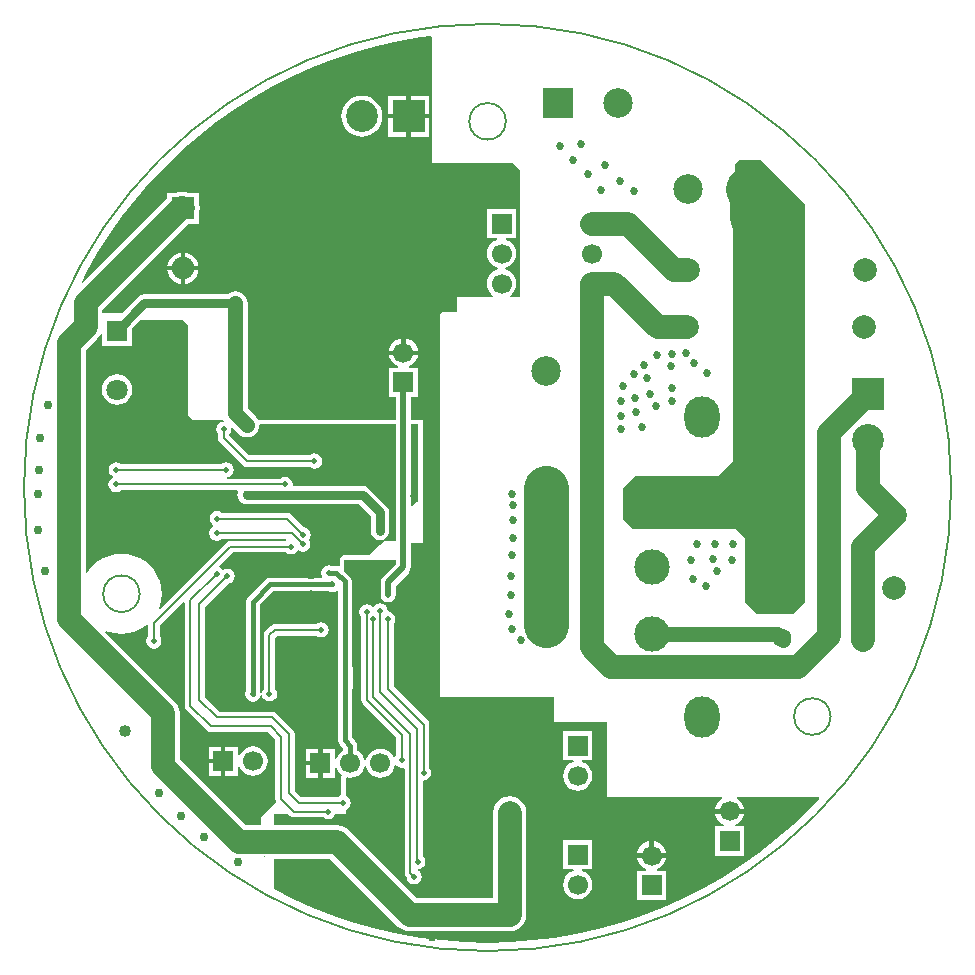
<source format=gbl>
%FSLAX25Y25*%
%MOIN*%
G70*
G01*
G75*
G04 Layer_Physical_Order=2*
G04 Layer_Color=16711680*
%ADD10C,0.10000*%
%ADD11C,0.10000*%
%ADD12R,0.08661X0.09449*%
%ADD13R,0.09843X0.13386*%
%ADD14O,0.08661X0.02756*%
%ADD15R,0.06890X0.08661*%
%ADD16R,0.04724X0.01969*%
%ADD17R,0.04000X0.05500*%
%ADD18R,0.05906X0.11811*%
%ADD19R,0.03150X0.21654*%
%ADD20R,0.06000X0.05000*%
G04:AMPARAMS|DCode=21|XSize=60mil|YSize=50mil|CornerRadius=0mil|HoleSize=0mil|Usage=FLASHONLY|Rotation=0.000|XOffset=0mil|YOffset=0mil|HoleType=Round|Shape=Octagon|*
%AMOCTAGOND21*
4,1,8,0.03000,-0.01250,0.03000,0.01250,0.01750,0.02500,-0.01750,0.02500,-0.03000,0.01250,-0.03000,-0.01250,-0.01750,-0.02500,0.01750,-0.02500,0.03000,-0.01250,0.0*
%
%ADD21OCTAGOND21*%

%ADD22R,0.03150X0.03543*%
%ADD23R,0.03543X0.03150*%
%ADD24R,0.05000X0.05000*%
%ADD25R,0.05512X0.02362*%
%ADD26R,0.39370X0.41142*%
%ADD27R,0.12598X0.04134*%
%ADD28R,0.05500X0.04000*%
%ADD29O,0.07087X0.01100*%
%ADD30O,0.01100X0.07087*%
%ADD31R,0.08268X0.09843*%
%ADD32R,0.03150X0.05118*%
G04:AMPARAMS|DCode=33|XSize=78.74mil|YSize=86.61mil|CornerRadius=7.87mil|HoleSize=0mil|Usage=FLASHONLY|Rotation=90.000|XOffset=0mil|YOffset=0mil|HoleType=Round|Shape=RoundedRectangle|*
%AMROUNDEDRECTD33*
21,1,0.07874,0.07087,0,0,90.0*
21,1,0.06299,0.08661,0,0,90.0*
1,1,0.01575,0.03543,0.03150*
1,1,0.01575,0.03543,-0.03150*
1,1,0.01575,-0.03543,-0.03150*
1,1,0.01575,-0.03543,0.03150*
%
%ADD33ROUNDEDRECTD33*%
%ADD34R,0.09843X0.08268*%
%ADD35R,0.05118X0.03150*%
%ADD36R,0.03937X0.02362*%
%ADD37R,0.02756X0.03347*%
%ADD38R,0.03347X0.02756*%
%ADD39C,0.00800*%
%ADD40C,0.03000*%
%ADD41C,0.01500*%
%ADD42C,0.08000*%
%ADD43C,0.15000*%
%ADD44C,0.05000*%
%ADD45C,0.02000*%
%ADD46C,0.04000*%
%ADD47C,0.01000*%
%ADD48R,0.09600X0.18400*%
%ADD49R,0.09900X0.21000*%
%ADD50C,0.00500*%
%ADD51C,0.00025*%
%ADD52C,0.07874*%
%ADD53O,0.11811X0.13780*%
%ADD54C,0.06693*%
%ADD55R,0.06693X0.06693*%
%ADD56R,0.07480X0.07480*%
%ADD57C,0.07480*%
%ADD58R,0.06299X0.06299*%
%ADD59C,0.06299*%
%ADD60C,0.09843*%
%ADD61R,0.06693X0.06693*%
%ADD62R,0.09843X0.09843*%
%ADD63C,0.10630*%
%ADD64R,0.10630X0.10630*%
%ADD65R,0.10630X0.10630*%
%ADD66R,0.07087X0.07087*%
%ADD67C,0.07087*%
%ADD68R,0.11811X0.11811*%
%ADD69C,0.11811*%
%ADD70C,0.04000*%
%ADD71C,0.03000*%
%ADD72C,0.02000*%
%ADD73C,0.02700*%
%ADD74C,0.05000*%
%ADD75R,0.03118X0.15755*%
G36*
X97498Y185630D02*
Y153900D01*
Y143800D01*
X97703Y143600D01*
X124530D01*
X125866Y142300D01*
X126791Y141400D01*
Y100200D01*
Y99400D01*
X126380Y99000D01*
X126277Y98900D01*
X123474D01*
X123314Y99374D01*
X124056Y99944D01*
X124833Y100956D01*
X125322Y102135D01*
X125488Y103400D01*
X125322Y104665D01*
X124833Y105844D01*
X124056Y106857D01*
X123044Y107633D01*
X121865Y108122D01*
X121650Y108150D01*
Y108650D01*
X121865Y108678D01*
X123044Y109167D01*
X124056Y109943D01*
X124833Y110956D01*
X125322Y112135D01*
X125488Y113400D01*
X125322Y114665D01*
X124833Y115844D01*
X124056Y116857D01*
X123044Y117633D01*
X122006Y118063D01*
X122104Y118553D01*
X125446D01*
Y128246D01*
X115753D01*
Y118553D01*
X119096D01*
X119193Y118063D01*
X118156Y117633D01*
X117143Y116857D01*
X116367Y115844D01*
X115878Y114665D01*
X115712Y113400D01*
X115878Y112135D01*
X116367Y110956D01*
X117143Y109943D01*
X118156Y109167D01*
X119335Y108678D01*
X119550Y108650D01*
Y108150D01*
X119335Y108122D01*
X118156Y107633D01*
X117143Y106857D01*
X116367Y105844D01*
X115878Y104665D01*
X115712Y103400D01*
X115878Y102135D01*
X116367Y100956D01*
X117143Y99944D01*
X117886Y99374D01*
X117726Y98900D01*
X106029D01*
D01*
X106029Y98900D01*
D01*
D01*
X105926Y99000D01*
X105829Y98906D01*
X105829Y98695D01*
X105829Y98695D01*
X105829D01*
Y98695D01*
D01*
Y94000D01*
X100890D01*
X100202Y93331D01*
Y-34500D01*
X137995D01*
Y-42300D01*
X138406Y-42700D01*
X155673D01*
Y-67900D01*
X193958D01*
X194119Y-68374D01*
X193143Y-69122D01*
X192367Y-70135D01*
X191878Y-71314D01*
X191811Y-71829D01*
X201390D01*
X201322Y-71314D01*
X200833Y-70135D01*
X200057Y-69122D01*
X199044Y-68345D01*
X199133Y-67900D01*
X226388D01*
X226585Y-68360D01*
X223245Y-71867D01*
X217851Y-77003D01*
X212211Y-81868D01*
X206340Y-86450D01*
X200250Y-90739D01*
X193958Y-94724D01*
X187477Y-98395D01*
X180824Y-101743D01*
X174015Y-104762D01*
X167067Y-107442D01*
X159994Y-109778D01*
X152816Y-111765D01*
X145549Y-113397D01*
X138211Y-114670D01*
X130819Y-115582D01*
X123391Y-116130D01*
X115945Y-116313D01*
X108499Y-116130D01*
X101071Y-115582D01*
X93679Y-114670D01*
X86341Y-113397D01*
X79074Y-111765D01*
X71895Y-109778D01*
X64823Y-107442D01*
X57874Y-104762D01*
X51065Y-101743D01*
X44667Y-98523D01*
Y-88301D01*
X63556D01*
X86177Y-110923D01*
X87326Y-111804D01*
X88664Y-112358D01*
X90100Y-112548D01*
X90100Y-112548D01*
X123300D01*
X124736Y-112358D01*
X126074Y-111804D01*
X127223Y-110923D01*
X128104Y-109774D01*
X128658Y-108436D01*
X128848Y-107000D01*
Y-73000D01*
X128658Y-71564D01*
X128104Y-70226D01*
X127223Y-69077D01*
X126074Y-68196D01*
X124736Y-67642D01*
X123300Y-67453D01*
X121864Y-67642D01*
X120526Y-68196D01*
X119377Y-69077D01*
X118496Y-70226D01*
X117942Y-71564D01*
X117753Y-73000D01*
Y-101453D01*
X92398D01*
X69777Y-78831D01*
X68628Y-77950D01*
X67290Y-77396D01*
X65854Y-77207D01*
X44667D01*
Y-73500D01*
X49560D01*
X50030Y-73970D01*
X50659Y-74390D01*
X51400Y-74537D01*
X61299D01*
X61924Y-74955D01*
X62900Y-75149D01*
X63876Y-74955D01*
X64702Y-74402D01*
X65255Y-73576D01*
X65270Y-73500D01*
X68616D01*
Y-72120D01*
X68803Y-72083D01*
X69630Y-71530D01*
X70183Y-70703D01*
X70376Y-69728D01*
X70183Y-68752D01*
X69630Y-67925D01*
X68803Y-67373D01*
X68616Y-67335D01*
Y-61559D01*
X68991Y-61229D01*
X70200Y-61388D01*
X71465Y-61222D01*
X72644Y-60733D01*
X73656Y-59957D01*
X74433Y-58944D01*
X74922Y-57765D01*
X74950Y-57550D01*
X75450D01*
X75478Y-57765D01*
X75967Y-58944D01*
X76744Y-59957D01*
X77756Y-60733D01*
X78935Y-61222D01*
X80200Y-61388D01*
X81465Y-61222D01*
X82644Y-60733D01*
X83657Y-59957D01*
X84433Y-58944D01*
X84922Y-57765D01*
X84991Y-57237D01*
X85478Y-57124D01*
X85598Y-57302D01*
X86424Y-57855D01*
X87400Y-58049D01*
X87876Y-57954D01*
X88263Y-58271D01*
Y-93000D01*
X88410Y-93741D01*
X88830Y-94370D01*
X88998Y-94538D01*
X89145Y-95275D01*
X89698Y-96102D01*
X90525Y-96655D01*
X91500Y-96849D01*
X92475Y-96655D01*
X93302Y-96102D01*
X93855Y-95275D01*
X94049Y-94300D01*
X93855Y-93325D01*
X93302Y-92498D01*
X92568Y-92007D01*
X92600Y-91849D01*
X93576Y-91655D01*
X94402Y-91102D01*
X94955Y-90276D01*
X95149Y-89300D01*
X94955Y-88324D01*
X94402Y-87498D01*
X94337Y-87454D01*
Y-62365D01*
X94600Y-62149D01*
X95575Y-61955D01*
X96402Y-61402D01*
X96955Y-60575D01*
X97149Y-59600D01*
X96955Y-58625D01*
X96537Y-57999D01*
Y-43600D01*
X96390Y-42859D01*
X95970Y-42230D01*
X86420Y-32680D01*
X84637Y-30898D01*
Y-10001D01*
X85055Y-9375D01*
X85249Y-8400D01*
X85055Y-7425D01*
X84502Y-6598D01*
X83675Y-6045D01*
X82873Y-5885D01*
X82749Y-5700D01*
X82749Y-5700D01*
X82749D01*
X82555Y-4724D01*
X82002Y-3898D01*
X81176Y-3345D01*
X80200Y-3151D01*
X79224Y-3345D01*
X78398Y-3898D01*
X78112Y-4324D01*
X77612D01*
X77557Y-4242D01*
X76731Y-3690D01*
X75755Y-3496D01*
X74780Y-3690D01*
X73953Y-4242D01*
X73400Y-5069D01*
X73206Y-6045D01*
X73400Y-7020D01*
X73818Y-7645D01*
Y-24500D01*
X70694D01*
Y4100D01*
X70519Y4978D01*
X70022Y5722D01*
X68204Y7540D01*
Y11100D01*
X68121Y11181D01*
Y11219D01*
X85234D01*
D01*
X85234D01*
X85351Y11102D01*
Y9856D01*
X81098Y5602D01*
X80545Y4775D01*
X80351Y3800D01*
Y-300D01*
X80545Y-1276D01*
X81098Y-2102D01*
X81924Y-2655D01*
X82900Y-2849D01*
X83876Y-2655D01*
X84702Y-2102D01*
X85255Y-1276D01*
X85449Y-300D01*
Y2744D01*
X89702Y6998D01*
X90255Y7825D01*
X90449Y8800D01*
Y16800D01*
X94311D01*
Y58000D01*
X90449D01*
Y65632D01*
X92747D01*
Y75325D01*
X89784D01*
X89687Y75816D01*
X90344Y76088D01*
X91356Y76865D01*
X92133Y77877D01*
X92622Y79056D01*
X92690Y79571D01*
X83110D01*
X83178Y79056D01*
X83667Y77877D01*
X84443Y76865D01*
X85456Y76088D01*
X86113Y75816D01*
X86016Y75325D01*
X83053D01*
Y65632D01*
X85351D01*
Y58000D01*
X39384D01*
X39294Y58217D01*
X38653Y59053D01*
X35934Y61771D01*
Y96800D01*
X35797Y97844D01*
X35394Y98817D01*
X34753Y99653D01*
X33917Y100294D01*
X32944Y100697D01*
X31900Y100835D01*
X30856Y100697D01*
X29883Y100294D01*
X29273Y99826D01*
X1558D01*
X774Y99723D01*
X45Y99420D01*
X-582Y98940D01*
X-5822Y93700D01*
X-12453D01*
Y94502D01*
X16305Y123260D01*
X19640D01*
Y126779D01*
X19758Y127064D01*
X19948Y128500D01*
X19758Y129936D01*
X19640Y130221D01*
Y133740D01*
X16121D01*
X15836Y133858D01*
X14400Y134047D01*
X13700D01*
X12264Y133858D01*
X11979Y133740D01*
X9160D01*
Y131805D01*
X-19003Y103642D01*
X-19408Y103935D01*
X-17883Y106965D01*
X-14212Y113446D01*
X-10227Y119738D01*
X-5938Y125828D01*
X-1356Y131700D01*
X3509Y137339D01*
X8644Y142734D01*
X14039Y147869D01*
X19678Y152734D01*
X25550Y157316D01*
X31640Y161605D01*
X37932Y165590D01*
X44412Y169261D01*
X51065Y172610D01*
X57874Y175628D01*
X64823Y178308D01*
X71895Y180645D01*
X79074Y182631D01*
X86341Y184263D01*
X93679Y185536D01*
X97123Y185961D01*
X97498Y185630D01*
D02*
G37*
G36*
X73818Y-35355D02*
X73965Y-36096D01*
X74385Y-36725D01*
X85463Y-47802D01*
Y-53899D01*
X85082Y-54469D01*
X84584Y-54420D01*
X84433Y-54056D01*
X83657Y-53044D01*
X82644Y-52267D01*
X81465Y-51778D01*
X80200Y-51612D01*
X78935Y-51778D01*
X77756Y-52267D01*
X76744Y-53044D01*
X75967Y-54056D01*
X75478Y-55235D01*
X75450Y-55450D01*
X74950D01*
X74922Y-55235D01*
X74433Y-54056D01*
X73656Y-53044D01*
X72644Y-52267D01*
X72494Y-52205D01*
Y-50600D01*
X72320Y-49722D01*
X71822Y-48978D01*
X70694Y-47850D01*
Y-31700D01*
X73818D01*
Y-35355D01*
D02*
G37*
G36*
X16400Y89300D02*
X16200Y89100D01*
Y78800D01*
Y59500D01*
X16400Y59300D01*
X17900Y57800D01*
X27894D01*
X27943Y57302D01*
X26981Y57111D01*
X26153Y56558D01*
X25601Y55731D01*
X25407Y54756D01*
X25601Y53781D01*
X26019Y53155D01*
Y51900D01*
X26019Y51900D01*
X26019D01*
X26166Y51159D01*
X26586Y50530D01*
X34286Y42830D01*
X34286D01*
X34286Y42830D01*
X34286Y42830D01*
Y42830D01*
X34915Y42410D01*
X35656Y42263D01*
X56652D01*
X57277Y41845D01*
X58253Y41651D01*
X59228Y41845D01*
X60055Y42398D01*
X60608Y43224D01*
X60802Y44200D01*
X60608Y45175D01*
X60055Y46002D01*
X59228Y46555D01*
X58253Y46749D01*
X57277Y46555D01*
X56652Y46137D01*
X36458D01*
X29893Y52702D01*
Y53155D01*
X30311Y53781D01*
X30505Y54756D01*
X30416Y55201D01*
X30857Y55437D01*
X32947Y53347D01*
X33783Y52706D01*
X34756Y52303D01*
X35800Y52166D01*
X36844Y52303D01*
X37817Y52706D01*
X38653Y53347D01*
X39294Y54183D01*
X39697Y55156D01*
X39834Y56200D01*
X40072Y56471D01*
X85351D01*
Y17600D01*
X81400D01*
X80204Y16404D01*
X76548Y12748D01*
X68121D01*
X67536Y12632D01*
X67040Y12300D01*
X66708Y11804D01*
X66592Y11219D01*
Y11181D01*
X66594Y11171D01*
X66592Y11160D01*
X66652Y10879D01*
X66675Y10762D01*
Y9454D01*
X66289Y9137D01*
X65500Y9294D01*
X64166D01*
X64075Y9355D01*
X63100Y9549D01*
X62125Y9355D01*
X61298Y8802D01*
X60745Y7975D01*
X60551Y7000D01*
X60745Y6024D01*
X60872Y5835D01*
X60636Y5394D01*
X43500D01*
X42622Y5219D01*
X41878Y4722D01*
X36122Y-1034D01*
X35625Y-1778D01*
X35450Y-2656D01*
Y-32389D01*
X35389Y-32480D01*
X35195Y-33456D01*
X35389Y-34431D01*
X35942Y-35258D01*
X36769Y-35811D01*
X37744Y-36005D01*
X38719Y-35811D01*
X39546Y-35258D01*
X40099Y-34431D01*
X40260Y-33623D01*
X40740D01*
Y-33623D01*
X40760D01*
X40901Y-34331D01*
X41453Y-35158D01*
X42281Y-35711D01*
X43256Y-35905D01*
X44231Y-35711D01*
X45058Y-35158D01*
X45611Y-34331D01*
X45805Y-33356D01*
X45611Y-32381D01*
X45193Y-31755D01*
Y-14647D01*
X45902Y-13937D01*
X58799D01*
X59425Y-14355D01*
X60400Y-14549D01*
X61375Y-14355D01*
X62202Y-13802D01*
X62755Y-12976D01*
X62949Y-12000D01*
X62755Y-11025D01*
X62202Y-10198D01*
X61375Y-9645D01*
X60400Y-9451D01*
X59425Y-9645D01*
X58799Y-10063D01*
X45100D01*
X44359Y-10210D01*
X43730Y-10630D01*
X41886Y-12474D01*
X41466Y-13103D01*
X41319Y-13844D01*
Y-31755D01*
X40901Y-32381D01*
X40740Y-33189D01*
X40260D01*
Y-33189D01*
X40240D01*
X40099Y-32480D01*
X40038Y-32389D01*
Y-3606D01*
X44450Y806D01*
X63134D01*
X63225Y745D01*
X64200Y551D01*
X65175Y745D01*
X65665Y1072D01*
X66106Y836D01*
Y-48800D01*
X66281Y-49678D01*
X66778Y-50422D01*
X66778Y-50422D01*
X66778Y-50422D01*
X67906Y-51550D01*
Y-52205D01*
X67756Y-52267D01*
X66743Y-53044D01*
X65967Y-54056D01*
X65537Y-55093D01*
X65046Y-54996D01*
Y-51654D01*
X60950D01*
Y-56501D01*
Y-61347D01*
X65046D01*
Y-58004D01*
X65537Y-57907D01*
X65967Y-58944D01*
X66743Y-59957D01*
X67496Y-60534D01*
X67396Y-60685D01*
X67244Y-60882D01*
X67231Y-60931D01*
X67203Y-60974D01*
X67154Y-61218D01*
X67089Y-61459D01*
X67096Y-61509D01*
X67086Y-61559D01*
Y-66814D01*
X66037Y-67863D01*
X53902D01*
X51737Y-65698D01*
Y-46900D01*
X51590Y-46159D01*
X51170Y-45530D01*
X45470Y-39830D01*
X44841Y-39410D01*
X44100Y-39263D01*
X26602D01*
X21837Y-34498D01*
Y-4302D01*
X29438Y3298D01*
X30176Y3445D01*
X31002Y3998D01*
X31555Y4825D01*
X31749Y5800D01*
X31555Y6775D01*
X31002Y7602D01*
X30176Y8155D01*
X29200Y8349D01*
X28225Y8155D01*
X27771Y7852D01*
X27402Y8402D01*
X26575Y8955D01*
X26487Y9247D01*
X31002Y13763D01*
X48810D01*
X49403Y13366D01*
X50379Y13172D01*
X51354Y13366D01*
X52181Y13919D01*
X52685Y14673D01*
X53325Y14245D01*
X54300Y14051D01*
X55275Y14245D01*
X56102Y14798D01*
X56655Y15624D01*
X56849Y16600D01*
X56655Y17575D01*
X56321Y18075D01*
X56755Y18724D01*
X56949Y19700D01*
X56755Y20675D01*
X56202Y21502D01*
X55375Y22055D01*
X54638Y22202D01*
X50391Y26449D01*
X49763Y26869D01*
X49021Y27016D01*
X27422D01*
X26797Y27434D01*
X25821Y27628D01*
X24846Y27434D01*
X24019Y26881D01*
X23466Y26054D01*
X23272Y25079D01*
X23466Y24103D01*
X24019Y23276D01*
X24541Y22928D01*
Y22428D01*
X23840Y21960D01*
X23288Y21133D01*
X23094Y20157D01*
X23288Y19182D01*
X23840Y18355D01*
X24667Y17803D01*
X25642Y17608D01*
X26618Y17803D01*
X27243Y18220D01*
X48758D01*
X48813Y18039D01*
X48515Y17637D01*
X30200D01*
X29459Y17490D01*
X28830Y17070D01*
X6792Y-4968D01*
X6376Y-4691D01*
X6608Y-4130D01*
X7098Y-2091D01*
X7263Y0D01*
X7098Y2091D01*
X6608Y4130D01*
X5806Y6067D01*
X4710Y7856D01*
X3348Y9450D01*
X1753Y10812D01*
X-35Y11908D01*
X-1972Y12711D01*
X-4012Y13200D01*
X-6102Y13365D01*
X-8193Y13200D01*
X-10232Y12711D01*
X-12170Y11908D01*
X-13958Y10812D01*
X-15553Y9450D01*
X-16915Y7856D01*
X-17571Y6784D01*
X-18053Y6920D01*
Y22723D01*
X-17874Y24079D01*
X-17874Y24079D01*
Y81281D01*
X-14077Y85077D01*
X-13196Y86226D01*
X-13034Y86617D01*
X-12543Y86520D01*
Y82699D01*
X-2457D01*
Y88507D01*
X237Y91200D01*
X14500D01*
X16400Y89300D01*
D02*
G37*
G36*
X221600Y129900D02*
Y-2800D01*
X217600Y-6800D01*
X205700D01*
X201600Y-2700D01*
Y18700D01*
X198700Y21600D01*
X164300D01*
X161200Y24700D01*
Y35200D01*
X165100Y39100D01*
X192700D01*
X197700Y44100D01*
Y121400D01*
X196600Y124800D01*
Y138300D01*
X198300Y140000D01*
Y143300D01*
X199600Y144600D01*
X206900D01*
X221600Y129900D01*
D02*
G37*
G36*
X92782Y30982D02*
X92400Y30600D01*
X90911Y29111D01*
X90449Y29302D01*
Y56471D01*
X92782D01*
Y30982D01*
D02*
G37*
G36*
X14963Y-2930D02*
Y-37300D01*
X14963Y-37300D01*
X14963D01*
X15110Y-38041D01*
X15530Y-38670D01*
X22430Y-45570D01*
X23059Y-45990D01*
X23800Y-46137D01*
X42898D01*
X45163Y-48402D01*
Y-68300D01*
X45163Y-68300D01*
X45163D01*
X45310Y-69041D01*
X45490Y-69310D01*
X41500Y-73300D01*
X40400Y-74400D01*
Y-77207D01*
X35552D01*
X13348Y-55002D01*
Y-39900D01*
X13348Y-39900D01*
X13158Y-38464D01*
X12834Y-37681D01*
X12604Y-37126D01*
X11723Y-35977D01*
X11723Y-35977D01*
X-11565Y-12689D01*
X-11287Y-12274D01*
X-10232Y-12711D01*
X-8193Y-13200D01*
X-6102Y-13365D01*
X-4012Y-13200D01*
X-1972Y-12711D01*
X-35Y-11908D01*
X1753Y-10812D01*
X2272Y-10370D01*
X2726Y-10579D01*
Y-14136D01*
X2308Y-14762D01*
X2114Y-15737D01*
X2308Y-16713D01*
X2861Y-17539D01*
X3687Y-18092D01*
X4663Y-18286D01*
X5638Y-18092D01*
X6465Y-17539D01*
X7018Y-16713D01*
X7212Y-15737D01*
X7018Y-14762D01*
X6600Y-14136D01*
Y-10639D01*
X14501Y-2739D01*
X14963Y-2930D01*
D02*
G37*
%LPC*%
G36*
X37800Y-50912D02*
X36535Y-51078D01*
X35356Y-51567D01*
X34343Y-52343D01*
X33567Y-53356D01*
X33137Y-54394D01*
X32646Y-54296D01*
Y-50954D01*
X28550D01*
Y-55801D01*
Y-60646D01*
X32646D01*
Y-57304D01*
X33137Y-57206D01*
X33567Y-58244D01*
X34343Y-59257D01*
X35356Y-60033D01*
X36535Y-60522D01*
X37800Y-60688D01*
X39065Y-60522D01*
X40244Y-60033D01*
X41256Y-59257D01*
X42033Y-58244D01*
X42522Y-57065D01*
X42688Y-55800D01*
X42522Y-54535D01*
X42033Y-53356D01*
X41256Y-52343D01*
X40244Y-51567D01*
X39065Y-51078D01*
X37800Y-50912D01*
D02*
G37*
G36*
X27050Y-50954D02*
X22954D01*
Y-55050D01*
X27050D01*
Y-50954D01*
D02*
G37*
G36*
X59450Y-51654D02*
X55353D01*
Y-55750D01*
X59450D01*
Y-51654D01*
D02*
G37*
G36*
X201390Y-73329D02*
X191811D01*
X191878Y-73844D01*
X192367Y-75023D01*
X193143Y-76035D01*
X194156Y-76812D01*
X194813Y-77084D01*
X194716Y-77575D01*
X191753D01*
Y-87268D01*
X201447D01*
Y-77575D01*
X198484D01*
X198387Y-77084D01*
X199044Y-76812D01*
X200057Y-76035D01*
X200833Y-75023D01*
X201322Y-73844D01*
X201390Y-73329D01*
D02*
G37*
G36*
X169850Y-82489D02*
X169335Y-82557D01*
X168156Y-83045D01*
X167143Y-83822D01*
X166367Y-84835D01*
X165878Y-86014D01*
X165811Y-86529D01*
X169850D01*
Y-82489D01*
D02*
G37*
G36*
X175390Y-88029D02*
X165811D01*
X165878Y-88544D01*
X166367Y-89723D01*
X167143Y-90735D01*
X168156Y-91512D01*
X168813Y-91784D01*
X168716Y-92275D01*
X165753D01*
Y-101968D01*
X175446D01*
Y-92275D01*
X172484D01*
X172387Y-91784D01*
X173044Y-91512D01*
X174056Y-90735D01*
X174833Y-89723D01*
X175322Y-88544D01*
X175390Y-88029D01*
D02*
G37*
G36*
X150847Y-82154D02*
X141154D01*
Y-91847D01*
X144496D01*
X144593Y-92337D01*
X143556Y-92767D01*
X142543Y-93543D01*
X141767Y-94556D01*
X141278Y-95735D01*
X141112Y-97000D01*
X141278Y-98265D01*
X141767Y-99444D01*
X142543Y-100457D01*
X143556Y-101233D01*
X144735Y-101722D01*
X146000Y-101888D01*
X147265Y-101722D01*
X148444Y-101233D01*
X149457Y-100457D01*
X150233Y-99444D01*
X150722Y-98265D01*
X150888Y-97000D01*
X150722Y-95735D01*
X150233Y-94556D01*
X149457Y-93543D01*
X148444Y-92767D01*
X147407Y-92337D01*
X147504Y-91847D01*
X150847D01*
Y-82154D01*
D02*
G37*
G36*
X59450Y-57250D02*
X55353D01*
Y-61347D01*
X59450D01*
Y-57250D01*
D02*
G37*
G36*
X27050Y-56550D02*
X22954D01*
Y-60646D01*
X27050D01*
Y-56550D01*
D02*
G37*
G36*
X171350Y-82489D02*
Y-86529D01*
X175390D01*
X175322Y-86014D01*
X174833Y-84835D01*
X174056Y-83822D01*
X173044Y-83045D01*
X171865Y-82557D01*
X171350Y-82489D01*
D02*
G37*
G36*
X150847Y-45854D02*
X141154D01*
Y-55546D01*
X144496D01*
X144593Y-56037D01*
X143556Y-56467D01*
X142543Y-57244D01*
X141767Y-58256D01*
X141278Y-59435D01*
X141112Y-60700D01*
X141278Y-61965D01*
X141767Y-63144D01*
X142543Y-64157D01*
X143556Y-64933D01*
X144735Y-65422D01*
X146000Y-65588D01*
X147265Y-65422D01*
X148444Y-64933D01*
X149457Y-64157D01*
X150233Y-63144D01*
X150722Y-61965D01*
X150888Y-60700D01*
X150722Y-59435D01*
X150233Y-58256D01*
X149457Y-57244D01*
X148444Y-56467D01*
X147407Y-56037D01*
X147504Y-55546D01*
X150847D01*
Y-45854D01*
D02*
G37*
G36*
X88845Y158450D02*
X82780D01*
Y152385D01*
X88845D01*
Y158450D01*
D02*
G37*
G36*
X73995Y166048D02*
X72659Y165916D01*
X71375Y165527D01*
X70191Y164894D01*
X69153Y164042D01*
X68301Y163005D01*
X67669Y161821D01*
X67279Y160536D01*
X67147Y159200D01*
X67279Y157864D01*
X67669Y156579D01*
X68301Y155395D01*
X69153Y154358D01*
X70191Y153506D01*
X71375Y152873D01*
X72659Y152484D01*
X73995Y152352D01*
X75331Y152484D01*
X76616Y152873D01*
X77800Y153506D01*
X78838Y154358D01*
X79689Y155395D01*
X80322Y156579D01*
X80712Y157864D01*
X80843Y159200D01*
X80712Y160536D01*
X80322Y161821D01*
X79689Y163005D01*
X78838Y164042D01*
X77800Y164894D01*
X76616Y165527D01*
X75331Y165916D01*
X73995Y166048D01*
D02*
G37*
G36*
X15150Y113687D02*
Y109250D01*
X19587D01*
X19505Y109868D01*
X18977Y111143D01*
X18137Y112237D01*
X17043Y113077D01*
X15768Y113605D01*
X15150Y113687D01*
D02*
G37*
G36*
X96410Y166015D02*
X90345D01*
Y159950D01*
X96410D01*
Y166015D01*
D02*
G37*
G36*
X88845D02*
X82780D01*
Y159950D01*
X88845D01*
Y166015D01*
D02*
G37*
G36*
X96410Y158450D02*
X90345D01*
Y152385D01*
X96410D01*
Y158450D01*
D02*
G37*
G36*
X13650Y113687D02*
X13032Y113605D01*
X11757Y113077D01*
X10663Y112237D01*
X9823Y111143D01*
X9295Y109868D01*
X9213Y109250D01*
X13650D01*
Y113687D01*
D02*
G37*
G36*
X87150Y85111D02*
X86635Y85043D01*
X85456Y84555D01*
X84443Y83778D01*
X83667Y82765D01*
X83178Y81586D01*
X83110Y81071D01*
X87150D01*
Y85111D01*
D02*
G37*
G36*
X-7500Y73144D02*
X-8817Y72971D01*
X-10043Y72463D01*
X-11097Y71654D01*
X-11905Y70601D01*
X-12414Y69374D01*
X-12587Y68058D01*
X-12414Y66741D01*
X-11905Y65514D01*
X-11097Y64461D01*
X-10043Y63652D01*
X-8817Y63144D01*
X-7500Y62971D01*
X-6183Y63144D01*
X-4957Y63652D01*
X-3903Y64461D01*
X-3095Y65514D01*
X-2586Y66741D01*
X-2413Y68058D01*
X-2586Y69374D01*
X-3095Y70601D01*
X-3903Y71654D01*
X-4957Y72463D01*
X-6183Y72971D01*
X-7500Y73144D01*
D02*
G37*
G36*
X28858Y43885D02*
X27883Y43691D01*
X27257Y43273D01*
X-6163D01*
X-6788Y43691D01*
X-7764Y43885D01*
X-8739Y43691D01*
X-9566Y43139D01*
X-10119Y42312D01*
X-10313Y41336D01*
X-10119Y40361D01*
X-9566Y39534D01*
X-9031Y39176D01*
Y38676D01*
X-9717Y38217D01*
X-10270Y37390D01*
X-10464Y36415D01*
X-10270Y35440D01*
X-9717Y34613D01*
X-8890Y34060D01*
X-7915Y33866D01*
X-6939Y34060D01*
X-6314Y34478D01*
X32556D01*
X32834Y34062D01*
X32677Y33683D01*
X32574Y32900D01*
X32677Y32117D01*
X32980Y31387D01*
X33460Y30760D01*
X34087Y30279D01*
X34817Y29977D01*
X35600Y29874D01*
X73147D01*
X77074Y25947D01*
Y22500D01*
Y20900D01*
X77177Y20117D01*
X77479Y19387D01*
X77960Y18760D01*
X78587Y18280D01*
X79317Y17977D01*
X80100Y17874D01*
X80883Y17977D01*
X81613Y18280D01*
X82240Y18760D01*
X82721Y19387D01*
X83023Y20117D01*
X83126Y20900D01*
Y22500D01*
Y27200D01*
X83126Y27200D01*
X83035Y27892D01*
X83023Y27983D01*
X82721Y28713D01*
X82240Y29340D01*
X76540Y35040D01*
X75913Y35520D01*
X75183Y35823D01*
X74400Y35926D01*
X51246D01*
X50929Y36312D01*
X50949Y36415D01*
X50755Y37390D01*
X50202Y38217D01*
X49376Y38770D01*
X48400Y38964D01*
X47425Y38770D01*
X46799Y38352D01*
X29221D01*
X29218Y38388D01*
D01*
X29215Y38421D01*
X29175Y38818D01*
X29175D01*
X29172Y38850D01*
X29833Y38981D01*
X30661Y39534D01*
X31213Y40361D01*
X31407Y41336D01*
X31213Y42312D01*
X30661Y43139D01*
X29833Y43691D01*
X28858Y43885D01*
D02*
G37*
G36*
X19587Y107750D02*
X15150D01*
Y103313D01*
X15768Y103395D01*
X17043Y103923D01*
X18137Y104763D01*
X18977Y105857D01*
X19505Y107132D01*
X19587Y107750D01*
D02*
G37*
G36*
X13650D02*
X9213D01*
X9295Y107132D01*
X9823Y105857D01*
X10663Y104763D01*
X11757Y103923D01*
X13032Y103395D01*
X13650Y103313D01*
Y107750D01*
D02*
G37*
G36*
X88650Y85111D02*
Y81071D01*
X92690D01*
X92622Y81586D01*
X92133Y82765D01*
X91356Y83778D01*
X90344Y84555D01*
X89165Y85043D01*
X88650Y85111D01*
D02*
G37*
%LPD*%
D39*
X43700Y-44200D02*
X47100Y-47600D01*
X23800Y-44200D02*
X43700D01*
X85050Y-34050D02*
X94600Y-43600D01*
X82700Y-31700D02*
X85050Y-34050D01*
X27956Y51900D02*
X35656Y44200D01*
X58253D01*
X27956Y51900D02*
Y54756D01*
X25642Y20157D02*
X50743D01*
X54300Y16600D01*
X25821Y25079D02*
X49021D01*
X54400Y19700D01*
X-7915Y36415D02*
X32000D01*
X32800D01*
X32000D02*
X40300D01*
X45585D01*
X48400D01*
X45585D02*
X48400D01*
X75755Y-35355D02*
Y-6045D01*
X87400Y-55500D02*
Y-47000D01*
X75755Y-35355D02*
X87400Y-47000D01*
X77900Y-34400D02*
X90200Y-46700D01*
Y-93000D02*
Y-46700D01*
Y-93000D02*
X91500Y-94300D01*
X77900Y-34400D02*
Y-8400D01*
X80200Y-32900D02*
X92400Y-45100D01*
Y-89100D02*
Y-45100D01*
Y-89100D02*
X92600Y-89300D01*
X80200Y-32900D02*
Y-5700D01*
X94600Y-59600D02*
Y-43600D01*
X82700Y-31700D02*
Y-8400D01*
X4663Y-15737D02*
Y-9837D01*
X16900Y-2100D02*
X25600Y6600D01*
X19900Y-3500D02*
X29200Y5800D01*
X4663Y-9837D02*
X30200Y15700D01*
X50400D01*
X43256Y-33356D02*
Y-13844D01*
X45100Y-12000D01*
X60400D01*
X19900Y-35300D02*
Y-3500D01*
Y-35300D02*
X25800Y-41200D01*
X16900Y-37300D02*
Y-2100D01*
Y-37300D02*
X23800Y-44200D01*
X56800Y-72600D02*
X58900D01*
X47100Y-68300D02*
X51400Y-72600D01*
X47100Y-68300D02*
Y-47600D01*
X51400Y-72600D02*
X56800D01*
X62900D01*
X25800Y-41200D02*
X44100D01*
X49800Y-66500D02*
X53100Y-69800D01*
X49800Y-66500D02*
Y-46900D01*
X44100Y-41200D02*
X49800Y-46900D01*
X53100Y-69800D02*
X57100D01*
X67900D01*
X57100D02*
X64413D01*
X-7764Y41336D02*
X28858D01*
D40*
X35600Y32900D02*
X74400D01*
X80100Y27200D01*
Y20900D02*
Y22500D01*
Y27200D01*
X-7500Y87743D02*
X1558Y96800D01*
X31900D01*
D41*
X68400Y-48800D02*
X70200Y-50600D01*
X68400Y-48800D02*
Y4100D01*
X70200Y-56500D02*
Y-50600D01*
X65500Y7000D02*
X68400Y4100D01*
X63100Y7000D02*
X65500D01*
X37744Y-33456D02*
Y-2656D01*
X43500Y3100D01*
X64200D01*
D42*
X150600Y123400D02*
X162700D01*
X167100Y119000D01*
X162700Y123400D02*
X178200Y107900D01*
X182672D01*
X150600Y103400D02*
X158100D01*
X172600Y88900D01*
X182472D01*
X242800Y35285D02*
Y51095D01*
Y35285D02*
X251785Y26300D01*
X241186Y15701D02*
X251785Y26300D01*
X241186Y-15500D02*
Y15701D01*
X150600Y-17700D02*
Y103400D01*
X229700Y-14100D02*
Y53595D01*
X242800Y66695D01*
X219479Y-24321D02*
X229700Y-14100D01*
X157221Y-24321D02*
X219479D01*
X150600Y-17700D02*
X157221Y-24321D01*
X13700Y128500D02*
X14400D01*
X-18000Y96800D02*
X13700Y128500D01*
X-23600Y-8500D02*
X7800Y-39900D01*
Y-57300D02*
Y-39900D01*
Y-57300D02*
X33254Y-82754D01*
X90100Y-107000D02*
X123300D01*
X33254Y-82754D02*
X65854D01*
X90100Y-107000D01*
X-23600Y-8500D02*
Y23900D01*
X-23422Y24079D01*
Y83578D01*
X-18000Y89000D02*
Y96800D01*
X-23422Y83578D02*
X-18000Y89000D01*
X123300Y-107000D02*
Y-73000D01*
D43*
X207769Y30946D02*
X212415Y26300D01*
Y2000D02*
Y26300D01*
X212215Y1800D02*
X212415Y2000D01*
X135400Y-10323D02*
Y35300D01*
X170700Y30946D02*
X207769D01*
X202900Y134900D02*
X212415Y125385D01*
Y26300D02*
Y125385D01*
D44*
X170700Y-13346D02*
X212260D01*
X214414Y-15500D01*
X31900Y60100D02*
Y96800D01*
Y60100D02*
X35800Y56200D01*
D45*
X87900Y8800D02*
Y70479D01*
X82900Y3800D02*
X87900Y8800D01*
X82900Y-300D02*
Y3800D01*
D50*
X270472Y35433D02*
G03*
X270472Y35433I-154528J0D01*
G01*
X230285Y-40938D02*
G03*
X230285Y-40938I-6102J0D01*
G01*
X122047Y157480D02*
G03*
X122047Y157480I-6102J0D01*
G01*
X0Y0D02*
G03*
X0Y0I-6102J0D01*
G01*
D51*
X90317Y-116955D02*
X90325Y-116949D01*
X41318Y-87267D02*
X41318D01*
D52*
X241528Y88900D02*
D03*
X182472D02*
D03*
X251585Y1800D02*
D03*
X212215D02*
D03*
X212415Y26300D02*
D03*
X251785D02*
D03*
X241728Y107900D02*
D03*
X182672D02*
D03*
D53*
X187400Y58800D02*
D03*
Y-41200D02*
D03*
D54*
X87900Y80321D02*
D03*
X170600Y-87279D02*
D03*
X196600Y-72579D02*
D03*
X146000Y-97000D02*
D03*
Y-60700D02*
D03*
X37800Y-55800D02*
D03*
X150600Y123400D02*
D03*
Y113400D02*
D03*
Y103400D02*
D03*
X120600D02*
D03*
Y113400D02*
D03*
X80200Y-56500D02*
D03*
X70200Y-56500D02*
D03*
D55*
X87900Y70479D02*
D03*
X170600Y-97121D02*
D03*
X196600Y-82421D02*
D03*
X27800Y-55800D02*
D03*
X60200Y-56500D02*
D03*
D56*
X14400Y128500D02*
D03*
D57*
Y108500D02*
D03*
D58*
X240886Y-14900D02*
D03*
D59*
X214114D02*
D03*
D60*
X135400Y74323D02*
D03*
Y-10323D02*
D03*
X159300Y163700D02*
D03*
X182900Y134900D02*
D03*
D61*
X146000Y-87000D02*
D03*
Y-50700D02*
D03*
X120600Y123400D02*
D03*
D62*
X139300Y163700D02*
D03*
X202900Y134900D02*
D03*
D63*
X242800Y51095D02*
D03*
X73995Y159200D02*
D03*
D64*
X242800Y66695D02*
D03*
D65*
X89595Y159200D02*
D03*
D66*
X-7500Y87743D02*
D03*
D67*
Y68058D02*
D03*
D68*
X170700Y30946D02*
D03*
D69*
Y-13346D02*
D03*
Y8898D02*
D03*
D70*
X73200Y40900D02*
D03*
X81300Y35300D02*
D03*
X-4800Y-45600D02*
D03*
X82400Y50900D02*
D03*
X54000Y-63900D02*
D03*
X78713Y-69800D02*
D03*
X27600Y-19900D02*
D03*
X62500Y-102600D02*
D03*
X52800Y-98200D02*
D03*
X131400Y-37700D02*
D03*
X124700Y-44200D02*
D03*
X113800Y-42800D02*
D03*
X78400Y92000D02*
D03*
X93500Y92400D02*
D03*
X6190Y76200D02*
D03*
X11800Y87000D02*
D03*
X16200Y146700D02*
D03*
X28700Y154100D02*
D03*
X61300Y145600D02*
D03*
X103100Y114200D02*
D03*
X103300Y103100D02*
D03*
X97300Y105900D02*
D03*
X96200Y114300D02*
D03*
X87200Y114200D02*
D03*
X88100Y104900D02*
D03*
X76100Y105600D02*
D03*
X76700Y113300D02*
D03*
X76800Y121500D02*
D03*
X86400Y121800D02*
D03*
X94700Y121400D02*
D03*
X102900Y121200D02*
D03*
Y130100D02*
D03*
X94300D02*
D03*
X85200Y130700D02*
D03*
X75400Y131000D02*
D03*
X31900Y96800D02*
D03*
X35800Y56200D02*
D03*
D71*
X63000Y39300D02*
D03*
X62600Y46400D02*
D03*
X72000Y47000D02*
D03*
X47700Y8000D02*
D03*
X58600Y18700D02*
D03*
X57200Y6400D02*
D03*
X62800Y12400D02*
D03*
X90000Y-34200D02*
D03*
X88800Y-29600D02*
D03*
X80300Y-74700D02*
D03*
X73100Y-74400D02*
D03*
X103900Y-77500D02*
D03*
X96800Y-77000D02*
D03*
X96600Y-70000D02*
D03*
X11600Y-14000D02*
D03*
X33700Y-15700D02*
D03*
X31800Y-7500D02*
D03*
X26200Y33100D02*
D03*
X24400Y15300D02*
D03*
X-31600Y7500D02*
D03*
X-33800Y21200D02*
D03*
Y33100D02*
D03*
X-33700Y41400D02*
D03*
X-33200Y52000D02*
D03*
X-30700Y62900D02*
D03*
X80600Y-109400D02*
D03*
X72800Y-104400D02*
D03*
X121300Y-114300D02*
D03*
X108400D02*
D03*
X97400D02*
D03*
X32900Y-89500D02*
D03*
X21500Y-81000D02*
D03*
X13900Y-74100D02*
D03*
X6400Y-66500D02*
D03*
X35300Y-73700D02*
D03*
X59400Y-33900D02*
D03*
X59900Y-43500D02*
D03*
X28400Y-13400D02*
D03*
X-6700Y21900D02*
D03*
X-5400Y46900D02*
D03*
X-7300Y54700D02*
D03*
X70800Y71400D02*
D03*
X70700Y79900D02*
D03*
X70300Y89700D02*
D03*
X78600Y42100D02*
D03*
X67900Y41900D02*
D03*
X76400Y51200D02*
D03*
X65800Y51100D02*
D03*
X56200Y51800D02*
D03*
X111400Y-96400D02*
D03*
X111600Y-91800D02*
D03*
X111700Y-86600D02*
D03*
X111800Y-63100D02*
D03*
X111900Y-53000D02*
D03*
X111900Y-58000D02*
D03*
X35600Y32900D02*
D03*
X80100Y20900D02*
D03*
D72*
X96700Y-14300D02*
D03*
X97200Y-700D02*
D03*
X97700Y4800D02*
D03*
X91100Y32600D02*
D03*
X65200Y-17800D02*
D03*
X77100Y-44700D02*
D03*
X57000Y300D02*
D03*
X47900Y11800D02*
D03*
X77100Y17600D02*
D03*
X33900Y2000D02*
D03*
X25821Y25079D02*
D03*
X25642Y20157D02*
D03*
X54400Y19700D02*
D03*
X54300Y16600D02*
D03*
X-7764Y41336D02*
D03*
X-7915Y36415D02*
D03*
X28858Y41336D02*
D03*
X48400Y36415D02*
D03*
X82900Y-300D02*
D03*
X75755Y-6045D02*
D03*
X80200Y-5700D02*
D03*
X82700Y-8400D02*
D03*
X77900D02*
D03*
X87400Y-55500D02*
D03*
X94600Y-59600D02*
D03*
X91500Y-94300D02*
D03*
X92600Y-89300D02*
D03*
X27956Y54756D02*
D03*
X58253Y44200D02*
D03*
X4663Y-15737D02*
D03*
X50379Y15721D02*
D03*
X25600Y6600D02*
D03*
X29200Y5800D02*
D03*
X62900Y-72600D02*
D03*
X67828Y-69728D02*
D03*
X37744Y-33456D02*
D03*
X64200Y3100D02*
D03*
X63100Y7000D02*
D03*
X43256Y-33356D02*
D03*
X60400Y-12000D02*
D03*
D73*
X218300Y100026D02*
D03*
Y108200D02*
D03*
X217600Y117500D02*
D03*
X216600Y124700D02*
D03*
X209300Y126300D02*
D03*
X214400Y130100D02*
D03*
X209800Y-5500D02*
D03*
X218200Y-600D02*
D03*
X218400Y22100D02*
D03*
X218100Y33500D02*
D03*
X164600Y134100D02*
D03*
X160200Y137600D02*
D03*
X155200Y142900D02*
D03*
X153600Y134500D02*
D03*
X149500Y140000D02*
D03*
X144389Y144700D02*
D03*
X147100Y149800D02*
D03*
X140000Y149400D02*
D03*
X192300Y7500D02*
D03*
X188900Y2700D02*
D03*
X184400Y4900D02*
D03*
X183745Y11245D02*
D03*
X191200Y11500D02*
D03*
X197400Y11400D02*
D03*
X197800Y16700D02*
D03*
X191700Y16600D02*
D03*
X185600Y16700D02*
D03*
X217800Y14000D02*
D03*
X211000Y12500D02*
D03*
X204300Y6100D02*
D03*
X127000Y-15500D02*
D03*
X124100Y-11700D02*
D03*
X123000Y-6700D02*
D03*
X123700Y-500D02*
D03*
X123900Y5900D02*
D03*
X124200Y13000D02*
D03*
X124300Y18700D02*
D03*
Y24700D02*
D03*
Y29500D02*
D03*
X124200Y33300D02*
D03*
X138000Y1100D02*
D03*
X137900Y6900D02*
D03*
X138000Y11600D02*
D03*
X138400Y16100D02*
D03*
Y21400D02*
D03*
X139000Y28300D02*
D03*
X139800Y33600D02*
D03*
X132300Y-200D02*
D03*
X132400Y5400D02*
D03*
X132700Y11100D02*
D03*
X132600Y15700D02*
D03*
X131900Y20500D02*
D03*
X132000Y27400D02*
D03*
X132800Y33100D02*
D03*
X138900Y38300D02*
D03*
X132900Y38500D02*
D03*
X189000Y73500D02*
D03*
X184600Y77000D02*
D03*
X182100Y80300D02*
D03*
X177573Y64200D02*
D03*
Y68700D02*
D03*
X177000Y76000D02*
D03*
X177400Y80000D02*
D03*
X167400Y55700D02*
D03*
X172100Y62500D02*
D03*
X170000Y66700D02*
D03*
X169000Y71900D02*
D03*
X165500Y60700D02*
D03*
X165200Y65200D02*
D03*
X160400Y54900D02*
D03*
Y59200D02*
D03*
Y64300D02*
D03*
X161100Y69300D02*
D03*
X164800Y73300D02*
D03*
X168100Y76300D02*
D03*
X172400Y79600D02*
D03*
D74*
X123300Y-107000D02*
D03*
Y-73000D02*
D03*
D75*
X72259Y-27478D02*
D03*
M02*

</source>
